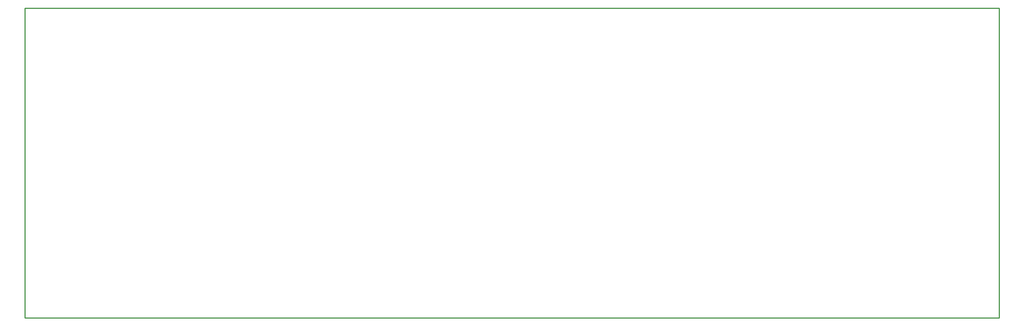
<source format=gbr>
G04 EAGLE Gerber RS-274X export*
G75*
%MOMM*%
%FSLAX34Y34*%
%LPD*%
%IN*%
%IPPOS*%
%AMOC8*
5,1,8,0,0,1.08239X$1,22.5*%
G01*
G04 Define Apertures*
%ADD10C,0.254000*%
D10*
X-901700Y-12700D02*
X1320600Y-12700D01*
X1320600Y695200D01*
X-901700Y695200D01*
X-901700Y-12700D01*
M02*

</source>
